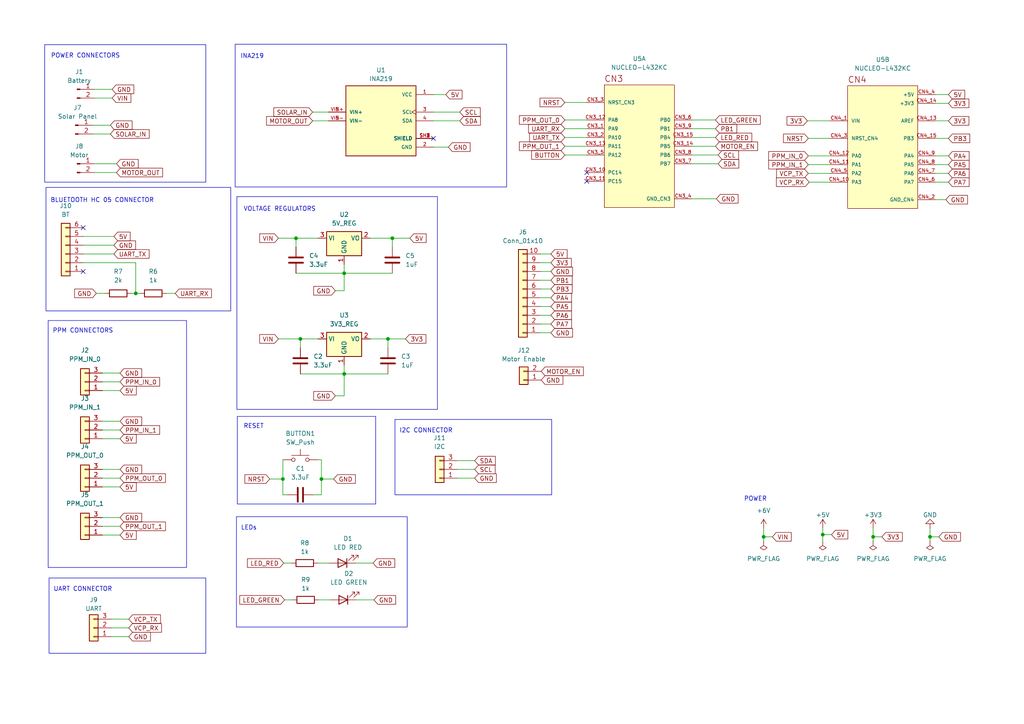
<source format=kicad_sch>
(kicad_sch (version 20230121) (generator eeschema)
  (paper "A4")
  (title_block (title "RC car with solar panel") (date "2023-06-03") (company "Pedro Rodríguez Vieites / A Industriosa"))
  (lib_symbols
    (symbol "904:904" (pin_names (offset 1.016))
      (property "Reference" "U" (at -10.16 10.922 0))
      (property "Value" "904" (at -10.16 -12.7 0))
      (symbol "904_0_0"
        (rectangle (start -10.16 -10.16) (end 10.16 10.16) (stroke (width 0.254)) (fill (type background)))
        (pin power_in line (at 15.24 7.62 180) (length 5.08) (name "VCC") (number "1"))
        (pin power_in line (at 15.24 -7.62 180) (length 5.08) (name "GND") (number "2"))
        (pin input clock (at 15.24 2.54 180) (length 5.08) (name "SCL") (number "3"))
        (pin bidirectional line (at 15.24 0 180) (length 5.08) (name "SDA") (number "4"))
        (pin input line (at -15.24 0 0) (length 5.08) (name "VIN-") (number "5"))
        (pin input line (at -15.24 2.54 0) (length 5.08) (name "VIN+") (number "6"))
        (pin passive line (at 15.24 -5.08 180) (length 5.08) (name "SHIELD") (number "SH1"))
        (pin passive line (at 15.24 -5.08 180) (length 5.08) (name "SHIELD") (number "SH2"))
        (pin passive line (at 15.24 -5.08 180) (length 5.08) (name "SHIELD") (number "SH3"))
        (pin passive line (at 15.24 -5.08 180) (length 5.08) (name "SHIELD") (number "SH4"))
        (pin input line (at -15.24 2.54 0) (length 5.08) (name "VIN+") (number "VIN+"))
        (pin input line (at -15.24 0 0) (length 5.08) (name "VIN-") (number "VIN-"))
      )
    )
    (symbol "Connector:Conn_01x02_Pin" (pin_names (offset 1.016) hide)
      (property "Reference" "J" (at 0 2.54 0))
      (property "Value" "Conn_01x02_Pin" (at 0 -5.08 0))
      (symbol "Conn_01x02_Pin_1_1"
        (polyline (pts (xy 1.27 -2.54) (xy 0.8636 -2.54)) (stroke (width 0.1524)))
        (polyline (pts (xy 1.27 0) (xy 0.8636 0)) (stroke (width 0.1524)))
        (rectangle (start 0.8636 -2.413) (end 0 -2.667) (stroke (width 0.1524)) (fill (type outline)))
        (rectangle (start 0.8636 0.127) (end 0 -0.127) (stroke (width 0.1524)) (fill (type outline)))
        (pin passive line (at 5.08 0 180) (length 3.81) (name "Pin_1") (number "1"))
        (pin passive line (at 5.08 -2.54 180) (length 3.81) (name "Pin_2") (number "2"))
      )
    )
    (symbol "Connector_Generic:Conn_01x02" (pin_names (offset 1.016) hide)
      (property "Reference" "J" (at 0 2.54 0))
      (property "Value" "Conn_01x02" (at 0 -5.08 0))
      (symbol "Conn_01x02_1_1"
        (rectangle (start -1.27 -2.413) (end 0 -2.667) (stroke (width 0.1524)))
        (rectangle (start -1.27 0.127) (end 0 -0.127) (stroke (width 0.1524)))
        (rectangle (start -1.27 1.27) (end 1.27 -3.81) (stroke (width 0.254)) (fill (type background)))
        (pin passive line (at -5.08 0 0) (length 3.81) (name "Pin_1") (number "1"))
        (pin passive line (at -5.08 -2.54 0) (length 3.81) (name "Pin_2") (number "2"))
      )
    )
    (symbol "Connector_Generic:Conn_01x03" (pin_names (offset 1.016) hide)
      (property "Reference" "J" (at 0 5.08 0))
      (property "Value" "Conn_01x03" (at 0 -5.08 0))
      (symbol "Conn_01x03_1_1"
        (rectangle (start -1.27 -2.413) (end 0 -2.667) (stroke (width 0.1524)))
        (rectangle (start -1.27 0.127) (end 0 -0.127) (stroke (width 0.1524)))
        (rectangle (start -1.27 2.667) (end 0 2.413) (stroke (width 0.1524)))
        (rectangle (start -1.27 3.81) (end 1.27 -3.81) (stroke (width 0.254)) (fill (type background)))
        (pin passive line (at -5.08 2.54 0) (length 3.81) (name "Pin_1") (number "1"))
        (pin passive line (at -5.08 0 0) (length 3.81) (name "Pin_2") (number "2"))
        (pin passive line (at -5.08 -2.54 0) (length 3.81) (name "Pin_3") (number "3"))
      )
    )
    (symbol "Connector_Generic:Conn_01x06" (pin_names (offset 1.016) hide)
      (property "Reference" "J" (at 0 7.62 0))
      (property "Value" "Conn_01x06" (at 0 -10.16 0))
      (symbol "Conn_01x06_1_1"
        (rectangle (start -1.27 -7.493) (end 0 -7.747) (stroke (width 0.1524)))
        (rectangle (start -1.27 -4.953) (end 0 -5.207) (stroke (width 0.1524)))
        (rectangle (start -1.27 -2.413) (end 0 -2.667) (stroke (width 0.1524)))
        (rectangle (start -1.27 0.127) (end 0 -0.127) (stroke (width 0.1524)))
        (rectangle (start -1.27 2.667) (end 0 2.413) (stroke (width 0.1524)))
        (rectangle (start -1.27 5.207) (end 0 4.953) (stroke (width 0.1524)))
        (rectangle (start -1.27 6.35) (end 1.27 -8.89) (stroke (width 0.254)) (fill (type background)))
        (pin passive line (at -5.08 5.08 0) (length 3.81) (name "Pin_1") (number "1"))
        (pin passive line (at -5.08 2.54 0) (length 3.81) (name "Pin_2") (number "2"))
        (pin passive line (at -5.08 0 0) (length 3.81) (name "Pin_3") (number "3"))
        (pin passive line (at -5.08 -2.54 0) (length 3.81) (name "Pin_4") (number "4"))
        (pin passive line (at -5.08 -5.08 0) (length 3.81) (name "Pin_5") (number "5"))
        (pin passive line (at -5.08 -7.62 0) (length 3.81) (name "Pin_6") (number "6"))
      )
    )
    (symbol "Connector_Generic:Conn_01x10" (pin_names (offset 1.016) hide)
      (property "Reference" "J" (at 0 12.7 0))
      (property "Value" "Conn_01x10" (at 0 -15.24 0))
      (symbol "Conn_01x10_1_1"
        (rectangle (start -1.27 -12.573) (end 0 -12.827) (stroke (width 0.1524)))
        (rectangle (start -1.27 -10.033) (end 0 -10.287) (stroke (width 0.1524)))
        (rectangle (start -1.27 -7.493) (end 0 -7.747) (stroke (width 0.1524)))
        (rectangle (start -1.27 -4.953) (end 0 -5.207) (stroke (width 0.1524)))
        (rectangle (start -1.27 -2.413) (end 0 -2.667) (stroke (width 0.1524)))
        (rectangle (start -1.27 0.127) (end 0 -0.127) (stroke (width 0.1524)))
        (rectangle (start -1.27 2.667) (end 0 2.413) (stroke (width 0.1524)))
        (rectangle (start -1.27 5.207) (end 0 4.953) (stroke (width 0.1524)))
        (rectangle (start -1.27 7.747) (end 0 7.493) (stroke (width 0.1524)))
        (rectangle (start -1.27 10.287) (end 0 10.033) (stroke (width 0.1524)))
        (rectangle (start -1.27 11.43) (end 1.27 -13.97) (stroke (width 0.254)) (fill (type background)))
        (pin passive line (at -5.08 10.16 0) (length 3.81) (name "Pin_1") (number "1"))
        (pin passive line (at -5.08 -12.7 0) (length 3.81) (name "Pin_10") (number "10"))
        (pin passive line (at -5.08 7.62 0) (length 3.81) (name "Pin_2") (number "2"))
        (pin passive line (at -5.08 5.08 0) (length 3.81) (name "Pin_3") (number "3"))
        (pin passive line (at -5.08 2.54 0) (length 3.81) (name "Pin_4") (number "4"))
        (pin passive line (at -5.08 0 0) (length 3.81) (name "Pin_5") (number "5"))
        (pin passive line (at -5.08 -2.54 0) (length 3.81) (name "Pin_6") (number "6"))
        (pin passive line (at -5.08 -5.08 0) (length 3.81) (name "Pin_7") (number "7"))
        (pin passive line (at -5.08 -7.62 0) (length 3.81) (name "Pin_8") (number "8"))
        (pin passive line (at -5.08 -10.16 0) (length 3.81) (name "Pin_9") (number "9"))
      )
    )
    (symbol "Device:C" (pin_numbers hide) (pin_names (offset 0.254))
      (property "Reference" "C" (at 0.635 2.54 0))
      (property "Value" "C" (at 0.635 -2.54 0))
      (symbol "C_0_1"
        (polyline (pts (xy -2.032 -0.762) (xy 2.032 -0.762)) (stroke (width 0.508)))
        (polyline (pts (xy -2.032 0.762) (xy 2.032 0.762)) (stroke (width 0.508)))
      )
      (symbol "C_1_1"
        (pin passive line (at 0 3.81 270) (length 2.794) (name "~") (number "1"))
        (pin passive line (at 0 -3.81 90) (length 2.794) (name "~") (number "2"))
      )
    )
    (symbol "Device:LED" (pin_numbers hide) (pin_names (offset 1.016) hide)
      (property "Reference" "D" (at 0 2.54 0))
      (property "Value" "LED" (at 0 -2.54 0))
      (symbol "LED_0_1"
        (polyline (pts (xy -1.27 -1.27) (xy -1.27 1.27)) (stroke (width 0.254)))
        (polyline (pts (xy -1.27 0) (xy 1.27 0)))
        (polyline (pts (xy 1.27 -1.27) (xy 1.27 1.27) (xy -1.27 0) (xy 1.27 -1.27)) (stroke (width 0.254)))
        (polyline (pts (xy -3.048 -0.762) (xy -4.572 -2.286) (xy -3.81 -2.286) (xy -4.572 -2.286) (xy -4.572 -1.524)))
        (polyline (pts (xy -1.778 -0.762) (xy -3.302 -2.286) (xy -2.54 -2.286) (xy -3.302 -2.286) (xy -3.302 -1.524)))
      )
      (symbol "LED_1_1"
        (pin passive line (at -3.81 0 0) (length 2.54) (name "K") (number "1"))
        (pin passive line (at 3.81 0 180) (length 2.54) (name "A") (number "2"))
      )
    )
    (symbol "Device:R" (pin_numbers hide) (pin_names (offset 0))
      (property "Reference" "R" (at 2.032 0 90))
      (property "Value" "R" (at 0 0 90))
      (symbol "R_0_1"
        (rectangle (start -1.016 -2.54) (end 1.016 2.54) (stroke (width 0.254)))
      )
      (symbol "R_1_1"
        (pin passive line (at 0 3.81 270) (length 1.27) (name "~") (number "1"))
        (pin passive line (at 0 -3.81 90) (length 1.27) (name "~") (number "2"))
      )
    )
    (symbol "NUCLEO-L432KC:NUCLEO-L432KC" (pin_names (offset 1.016))
      (property "Reference" "U" (at -10.16 21.082 0))
      (property "Value" "NUCLEO-L432KC" (at -10.16 -20.32 0))
      (symbol "NUCLEO-L432KC_1_0"
        (rectangle (start -10.16 -17.78) (end 10.16 17.78) (stroke (width 0.1524)) (fill (type background)))
        (text "CN3" (at -10.16 18.542 0) (effects (font (size 1.778 1.778)) (justify left bottom)))
        (pin bidirectional line (at -15.24 5.08 0) (length 5.08) (name "PA9") (number "CN3_1"))
        (pin bidirectional line (at -15.24 -7.62 0) (length 5.08) (name "PC14") (number "CN3_10"))
        (pin bidirectional line (at -15.24 -10.16 0) (length 5.08) (name "PC15") (number "CN3_11"))
        (pin bidirectional line (at -15.24 7.62 0) (length 5.08) (name "PA8") (number "CN3_12"))
        (pin bidirectional line (at -15.24 0 0) (length 5.08) (name "PA11") (number "CN3_13"))
        (pin bidirectional line (at 15.24 0 180) (length 5.08) (name "PB5") (number "CN3_14"))
        (pin bidirectional line (at 15.24 2.54 180) (length 5.08) (name "PB4") (number "CN3_15"))
        (pin bidirectional line (at -15.24 2.54 0) (length 5.08) (name "PA10") (number "CN3_2"))
        (pin bidirectional line (at -15.24 12.7 0) (length 5.08) (name "NRST_CN3") (number "CN3_3"))
        (pin power_in line (at 15.24 -15.24 180) (length 5.08) (name "GND_CN3") (number "CN3_4"))
        (pin bidirectional line (at -15.24 -2.54 0) (length 5.08) (name "PA12") (number "CN3_5"))
        (pin bidirectional line (at 15.24 7.62 180) (length 5.08) (name "PB0") (number "CN3_6"))
        (pin bidirectional line (at 15.24 -5.08 180) (length 5.08) (name "PB7") (number "CN3_7"))
        (pin bidirectional line (at 15.24 -2.54 180) (length 5.08) (name "PB6") (number "CN3_8"))
        (pin bidirectional line (at 15.24 5.08 180) (length 5.08) (name "PB1") (number "CN3_9"))
      )
      (symbol "NUCLEO-L432KC_2_0"
        (rectangle (start -10.16 -17.78) (end 10.16 17.78) (stroke (width 0.1524)) (fill (type background)))
        (text "CN4" (at -10.16 18.542 0) (effects (font (size 1.778 1.778)) (justify left bottom)))
        (pin input line (at -15.24 7.62 0) (length 5.08) (name "VIN") (number "CN4_1"))
        (pin bidirectional line (at -15.24 -10.16 0) (length 5.08) (name "PA3") (number "CN4_10"))
        (pin bidirectional line (at -15.24 -5.08 0) (length 5.08) (name "PA1") (number "CN4_11"))
        (pin bidirectional line (at -15.24 -2.54 0) (length 5.08) (name "PA0") (number "CN4_12"))
        (pin bidirectional line (at 15.24 7.62 180) (length 5.08) (name "AREF") (number "CN4_13"))
        (pin power_in line (at 15.24 12.7 180) (length 5.08) (name "+3V3") (number "CN4_14"))
        (pin bidirectional line (at 15.24 2.54 180) (length 5.08) (name "PB3") (number "CN4_15"))
        (pin power_in line (at 15.24 -15.24 180) (length 5.08) (name "GND_CN4") (number "CN4_2"))
        (pin bidirectional line (at -15.24 2.54 0) (length 5.08) (name "NRST_CN4") (number "CN4_3"))
        (pin power_in line (at 15.24 15.24 180) (length 5.08) (name "+5V") (number "CN4_4"))
        (pin bidirectional line (at -15.24 -7.62 0) (length 5.08) (name "PA2") (number "CN4_5"))
        (pin bidirectional line (at 15.24 -10.16 180) (length 5.08) (name "PA7") (number "CN4_6"))
        (pin bidirectional line (at 15.24 -7.62 180) (length 5.08) (name "PA6") (number "CN4_7"))
        (pin bidirectional line (at 15.24 -5.08 180) (length 5.08) (name "PA5") (number "CN4_8"))
        (pin bidirectional line (at 15.24 -2.54 180) (length 5.08) (name "PA4") (number "CN4_9"))
      )
    )
    (symbol "Regulator_Linear:LD1117S33TR_SOT223"
      (property "Reference" "U" (at -3.81 3.175 0))
      (property "Value" "LD1117S33TR_SOT223" (at 0 3.175 0))
      (symbol "LD1117S33TR_SOT223_0_1"
        (rectangle (start -5.08 -5.08) (end 5.08 1.905) (stroke (width 0.254)) (fill (type background)))
      )
      (symbol "LD1117S33TR_SOT223_1_1"
        (pin power_in line (at 0 -7.62 90) (length 2.54) (name "GND") (number "1"))
        (pin power_out line (at 7.62 0 180) (length 2.54) (name "VO") (number "2"))
        (pin power_in line (at -7.62 0 0) (length 2.54) (name "VI") (number "3"))
      )
    )
    (symbol "Regulator_Linear:LD1117S50TR_SOT223"
      (property "Reference" "U" (at -3.81 3.175 0))
      (property "Value" "LD1117S50TR_SOT223" (at 0 3.175 0))
      (symbol "LD1117S50TR_SOT223_0_1"
        (rectangle (start -5.08 -5.08) (end 5.08 1.905) (stroke (width 0.254)) (fill (type background)))
      )
      (symbol "LD1117S50TR_SOT223_1_1"
        (pin power_in line (at 0 -7.62 90) (length 2.54) (name "GND") (number "1"))
        (pin power_out line (at 7.62 0 180) (length 2.54) (name "VO") (number "2"))
        (pin power_in line (at -7.62 0 0) (length 2.54) (name "VI") (number "3"))
      )
    )
    (symbol "Switch:SW_Push" (pin_numbers hide) (pin_names (offset 1.016) hide)
      (property "Reference" "SW" (at 1.27 2.54 0))
      (property "Value" "SW_Push" (at 0 -1.524 0))
      (symbol "SW_Push_0_1"
        (circle (center -2.032 0) (radius 0.508))
        (polyline (pts (xy 0 1.27) (xy 0 3.048)))
        (polyline (pts (xy 2.54 1.27) (xy -2.54 1.27)))
        (circle (center 2.032 0) (radius 0.508))
        (pin passive line (at -5.08 0 0) (length 2.54) (name "1") (number "1"))
        (pin passive line (at 5.08 0 180) (length 2.54) (name "2") (number "2"))
      )
    )
    (symbol "power:+3V3" (power) (pin_names (offset 0))
      (property "Value" "+3V3" (at 0 3.556 0))
      (symbol "+3V3_0_1"
        (polyline (pts (xy -0.762 1.27) (xy 0 2.54)))
        (polyline (pts (xy 0 0) (xy 0 2.54)))
        (polyline (pts (xy 0 2.54) (xy 0.762 1.27)))
      )
      (symbol "+3V3_1_1"
        (pin power_in line (at 0 0 90) (length 0) hide (name "+3V3") (number "1"))
      )
    )
    (symbol "power:+5V" (power) (pin_names (offset 0))
      (property "Value" "+5V" (at 0 3.556 0))
      (symbol "+5V_0_1"
        (polyline (pts (xy -0.762 1.27) (xy 0 2.54)))
        (polyline (pts (xy 0 0) (xy 0 2.54)))
        (polyline (pts (xy 0 2.54) (xy 0.762 1.27)))
      )
      (symbol "+5V_1_1"
        (pin power_in line (at 0 0 90) (length 0) hide (name "+5V") (number "1"))
      )
    )
    (symbol "power:+6V" (power) (pin_names (offset 0))
      (property "Value" "+6V" (at 0 3.556 0))
      (symbol "+6V_0_1"
        (polyline (pts (xy -0.762 1.27) (xy 0 2.54)))
        (polyline (pts (xy 0 0) (xy 0 2.54)))
        (polyline (pts (xy 0 2.54) (xy 0.762 1.27)))
      )
      (symbol "+6V_1_1"
        (pin power_in line (at 0 0 90) (length 0) hide (name "+6V") (number "1"))
      )
    )
    (symbol "power:GND" (power) (pin_names (offset 0))
      (property "Value" "GND" (at 0 -3.81 0))
      (symbol "GND_0_1"
        (polyline (pts (xy 0 0) (xy 0 -1.27) (xy 1.27 -1.27) (xy 0 -2.54) (xy -1.27 -1.27) (xy 0 -1.27)))
      )
      (symbol "GND_1_1"
        (pin power_in line (at 0 0 270) (length 0) hide (name "GND") (number "1"))
      )
    )
    (symbol "power:PWR_FLAG" (power) (pin_numbers hide) (pin_names (offset 0) hide)
      (property "Value" "PWR_FLAG" (at 0 3.81 0))
      (symbol "PWR_FLAG_0_0"
        (pin power_out line (at 0 0 90) (length 0) (name "pwr") (number "1"))
      )
      (symbol "PWR_FLAG_0_1"
        (polyline (pts (xy 0 0) (xy 0 1.27) (xy -1.016 1.905) (xy 0 2.54) (xy 1.016 1.905) (xy 0 1.27)))
      )
    )
  )
  (junction (at 99.822 79.248))
  (junction (at 112.522 98.298))
  (junction (at 238.633 155.067))
  (junction (at 87.122 98.298))
  (junction (at 269.748 155.702))
  (junction (at 253.238 155.702))
  (junction (at 113.792 69.088))
  (junction (at 99.822 108.458))
  (junction (at 85.852 69.088))
  (junction (at 93.218 138.938))
  (junction (at 221.488 155.702))
  (junction (at 82.042 138.938))
  (junction (at 39.37 85.09))
  (no_connect (at 24.13 66.04))
  (no_connect (at 170.18 52.578))
  (no_connect (at 170.18 50.038))
  (no_connect (at 125.73 40.132))
  (no_connect (at 24.13 78.74))
  (wire (pts (xy 156.718 81.28) (xy 159.766 81.28)))
  (wire (pts (xy 90.678 35.052) (xy 95.25 35.052)))
  (wire (pts (xy 27.432 47.498) (xy 33.782 47.498)))
  (wire (pts (xy 221.488 155.702) (xy 221.488 156.972)))
  (wire (pts (xy 99.822 108.458) (xy 112.522 108.458)))
  (wire (pts (xy 38.1 85.09) (xy 39.37 85.09)))
  (wire (pts (xy 32.258 184.658) (xy 37.338 184.658)))
  (wire (pts (xy 238.633 155.067) (xy 241.173 155.067)))
  (wire (pts (xy 107.442 98.298) (xy 112.522 98.298)))
  (wire (pts (xy 107.442 69.088) (xy 113.792 69.088)))
  (wire (pts (xy 234.696 52.832) (xy 240.792 52.832)))
  (wire (pts (xy 24.13 68.58) (xy 33.02 68.58)))
  (wire (pts (xy 29.718 136.144) (xy 34.798 136.144)))
  (wire (pts (xy 163.83 42.418) (xy 170.18 42.418)))
  (wire (pts (xy 82.55 173.99) (xy 84.836 173.99)))
  (wire (pts (xy 156.718 78.74) (xy 159.766 78.74)))
  (wire (pts (xy 269.748 155.702) (xy 272.288 155.702)))
  (wire (pts (xy 87.122 98.298) (xy 92.202 98.298)))
  (wire (pts (xy 253.238 155.702) (xy 253.238 156.972)))
  (wire (pts (xy 200.66 44.958) (xy 208.28 44.958)))
  (wire (pts (xy 29.718 150.114) (xy 34.798 150.114)))
  (wire (pts (xy 24.13 76.2) (xy 39.37 76.2)))
  (wire (pts (xy 93.218 143.51) (xy 93.218 138.938)))
  (wire (pts (xy 29.718 124.714) (xy 34.798 124.714)))
  (wire (pts (xy 271.272 52.832) (xy 275.082 52.832)))
  (wire (pts (xy 27.94 85.09) (xy 30.48 85.09)))
  (wire (pts (xy 97.282 84.328) (xy 99.822 84.328)))
  (wire (pts (xy 163.83 39.878) (xy 170.18 39.878)))
  (wire (pts (xy 234.442 40.132) (xy 240.792 40.132)))
  (wire (pts (xy 29.718 108.204) (xy 34.798 108.204)))
  (wire (pts (xy 99.822 79.248) (xy 113.792 79.248)))
  (wire (pts (xy 29.718 110.744) (xy 34.798 110.744)))
  (wire (pts (xy 29.718 127.254) (xy 34.798 127.254)))
  (wire (pts (xy 29.718 155.194) (xy 34.798 155.194)))
  (wire (pts (xy 82.042 138.938) (xy 82.042 143.51)))
  (wire (pts (xy 80.772 69.088) (xy 85.852 69.088)))
  (wire (pts (xy 92.456 173.99) (xy 95.758 173.99)))
  (wire (pts (xy 29.718 141.224) (xy 34.798 141.224)))
  (wire (pts (xy 253.238 155.702) (xy 255.778 155.702)))
  (wire (pts (xy 125.73 27.432) (xy 129.286 27.432)))
  (wire (pts (xy 24.13 71.12) (xy 33.02 71.12)))
  (wire (pts (xy 27.432 50.038) (xy 33.782 50.038)))
  (wire (pts (xy 26.924 36.322) (xy 32.004 36.322)))
  (wire (pts (xy 99.822 105.918) (xy 99.822 108.458)))
  (wire (pts (xy 90.678 32.512) (xy 95.25 32.512)))
  (wire (pts (xy 271.272 29.972) (xy 275.082 29.972)))
  (wire (pts (xy 200.66 42.418) (xy 207.518 42.418)))
  (wire (pts (xy 93.218 138.938) (xy 93.218 133.35)))
  (wire (pts (xy 113.792 69.088) (xy 118.872 69.088)))
  (wire (pts (xy 32.258 179.578) (xy 37.338 179.578)))
  (wire (pts (xy 85.852 69.088) (xy 92.202 69.088)))
  (wire (pts (xy 80.772 98.298) (xy 87.122 98.298)))
  (wire (pts (xy 234.442 50.292) (xy 240.792 50.292)))
  (wire (pts (xy 29.718 138.684) (xy 34.798 138.684)))
  (wire (pts (xy 156.718 73.66) (xy 159.766 73.66)))
  (wire (pts (xy 221.488 155.702) (xy 224.028 155.702)))
  (wire (pts (xy 234.442 45.212) (xy 240.792 45.212)))
  (wire (pts (xy 99.822 108.458) (xy 99.822 114.808)))
  (wire (pts (xy 200.66 47.498) (xy 208.28 47.498)))
  (wire (pts (xy 156.718 83.82) (xy 159.766 83.82)))
  (wire (pts (xy 156.718 91.44) (xy 159.766 91.44)))
  (wire (pts (xy 39.37 76.2) (xy 39.37 85.09)))
  (wire (pts (xy 156.718 76.2) (xy 159.766 76.2)))
  (wire (pts (xy 234.442 47.752) (xy 240.792 47.752)))
  (wire (pts (xy 271.272 47.752) (xy 275.082 47.752)))
  (wire (pts (xy 48.26 85.09) (xy 50.8 85.09)))
  (wire (pts (xy 87.122 98.298) (xy 87.122 100.838)))
  (wire (pts (xy 132.588 138.684) (xy 137.668 138.684)))
  (wire (pts (xy 200.66 37.338) (xy 207.518 37.338)))
  (wire (pts (xy 238.633 155.067) (xy 238.633 156.972)))
  (wire (pts (xy 238.633 153.162) (xy 238.633 155.067)))
  (wire (pts (xy 200.66 39.878) (xy 207.518 39.878)))
  (wire (pts (xy 112.522 98.298) (xy 112.522 100.838)))
  (wire (pts (xy 163.83 34.798) (xy 170.18 34.798)))
  (wire (pts (xy 39.37 85.09) (xy 40.64 85.09)))
  (wire (pts (xy 234.188 35.052) (xy 240.792 35.052)))
  (wire (pts (xy 93.218 133.35) (xy 92.202 133.35)))
  (wire (pts (xy 221.488 153.162) (xy 221.488 155.702)))
  (wire (pts (xy 92.202 163.322) (xy 95.504 163.322)))
  (wire (pts (xy 156.718 86.36) (xy 159.766 86.36)))
  (wire (pts (xy 82.296 163.322) (xy 84.582 163.322)))
  (wire (pts (xy 29.718 152.654) (xy 34.798 152.654)))
  (wire (pts (xy 29.718 113.284) (xy 34.798 113.284)))
  (wire (pts (xy 113.792 69.088) (xy 113.792 71.628)))
  (wire (pts (xy 200.66 34.798) (xy 207.518 34.798)))
  (wire (pts (xy 103.378 173.99) (xy 108.458 173.99)))
  (wire (pts (xy 163.83 37.338) (xy 170.18 37.338)))
  (wire (pts (xy 90.932 143.51) (xy 93.218 143.51)))
  (wire (pts (xy 271.272 35.052) (xy 275.082 35.052)))
  (wire (pts (xy 163.83 44.958) (xy 170.18 44.958)))
  (wire (pts (xy 253.238 153.162) (xy 253.238 155.702)))
  (wire (pts (xy 99.822 76.708) (xy 99.822 79.248)))
  (wire (pts (xy 156.718 93.98) (xy 159.766 93.98)))
  (wire (pts (xy 200.66 57.658) (xy 207.772 57.658)))
  (wire (pts (xy 78.232 138.938) (xy 82.042 138.938)))
  (wire (pts (xy 125.73 42.672) (xy 130.048 42.672)))
  (wire (pts (xy 271.272 27.432) (xy 275.082 27.432)))
  (wire (pts (xy 271.272 50.292) (xy 275.082 50.292)))
  (wire (pts (xy 32.258 182.118) (xy 37.338 182.118)))
  (wire (pts (xy 82.042 143.51) (xy 83.312 143.51)))
  (wire (pts (xy 269.748 153.162) (xy 269.748 155.702)))
  (wire (pts (xy 85.852 79.248) (xy 99.822 79.248)))
  (wire (pts (xy 125.73 32.512) (xy 133.35 32.512)))
  (wire (pts (xy 24.13 73.66) (xy 33.02 73.66)))
  (wire (pts (xy 103.124 163.322) (xy 108.204 163.322)))
  (wire (pts (xy 99.822 79.248) (xy 99.822 84.328)))
  (wire (pts (xy 163.83 29.718) (xy 170.18 29.718)))
  (wire (pts (xy 27.432 28.448) (xy 32.512 28.448)))
  (wire (pts (xy 156.718 96.52) (xy 159.766 96.52)))
  (wire (pts (xy 112.522 98.298) (xy 117.602 98.298)))
  (wire (pts (xy 82.042 138.938) (xy 82.042 133.35)))
  (wire (pts (xy 29.718 122.174) (xy 34.798 122.174)))
  (wire (pts (xy 156.718 88.9) (xy 159.766 88.9)))
  (wire (pts (xy 85.852 69.088) (xy 85.852 71.628)))
  (wire (pts (xy 132.588 136.144) (xy 137.668 136.144)))
  (wire (pts (xy 125.73 35.052) (xy 133.35 35.052)))
  (wire (pts (xy 269.748 155.702) (xy 269.748 156.972)))
  (wire (pts (xy 271.272 40.132) (xy 275.082 40.132)))
  (wire (pts (xy 26.924 38.862) (xy 32.004 38.862)))
  (wire (pts (xy 271.272 45.212) (xy 275.082 45.212)))
  (wire (pts (xy 27.432 25.908) (xy 32.512 25.908)))
  (wire (pts (xy 271.272 57.912) (xy 274.32 57.912)))
  (wire (pts (xy 87.122 108.458) (xy 99.822 108.458)))
  (wire (pts (xy 93.218 138.938) (xy 96.774 138.938)))
  (wire (pts (xy 97.282 114.808) (xy 99.822 114.808)))
  (wire (pts (xy 132.588 133.604) (xy 137.668 133.604)))
  (rectangle (start 12.954 12.954) (end 59.69 52.832))
  (rectangle (start 68.58 149.86) (end 118.11 181.864))
  (rectangle (start 68.707 57.023) (end 126.873 118.745))
  (rectangle (start 13.335 54.356) (end 66.929 90.17))
  (rectangle (start 114.554 121.666) (end 160.02 143.51))
  (rectangle (start 13.97 92.964) (end 54.102 164.592))
  (rectangle (start 68.199 12.827) (end 146.939 54.229))
  (rectangle (start 14.224 167.64) (end 59.69 189.484))
  (rectangle (start 68.834 120.777) (end 108.966 146.177))
  (text "BLUETOOTH HC 05 CONNECTOR" (at 14.605 58.928 0) (effects (font (size 1.27 1.27)) (justify left bottom)))
  (text "POWER" (at 215.773 145.542 0) (effects (font (size 1.27 1.27)) (justify left bottom)))
  (text "PPM CONNECTORS" (at 15.24 96.774 0) (effects (font (size 1.27 1.27)) (justify left bottom)))
  (text "VOLTAGE REGULATORS" (at 70.612 61.468 0) (effects (font (size 1.27 1.27)) (justify left bottom)))
  (text "INA219" (at 69.723 17.145 0) (effects (font (size 1.27 1.27)) (justify left bottom)))
  (text "LEDs" (at 69.85 153.924 0) (effects (font (size 1.27 1.27)) (justify left bottom)))
  (text "UART CONNECTOR" (at 15.494 171.704 0) (effects (font (size 1.27 1.27)) (justify left bottom)))
  (text "I2C CONNECTOR" (at 115.824 125.73 0) (effects (font (size 1.27 1.27)) (justify left bottom)))
  (text "RESET" (at 70.612 124.46 0) (effects (font (size 1.27 1.27)) (justify left bottom)))
  (text "POWER CONNECTORS" (at 14.732 17.018 0) (effects (font (size 1.27 1.27)) (justify left bottom)))
  (global_label "UART_TX" (shape input) (at 33.02 73.66 0) (property "Intersheetrefs" "${INTERSHEET_REFS}" (effects hide)))
  (global_label "GND" (shape input) (at 159.766 96.52 0) (property "Intersheetrefs" "${INTERSHEET_REFS}" (effects hide)))
  (global_label "5V" (shape input) (at 241.173 155.067 0) (property "Intersheetrefs" "${INTERSHEET_REFS}" (effects hide)))
  (global_label "GND" (shape input) (at 34.798 136.144 0) (property "Intersheetrefs" "${INTERSHEET_REFS}" (effects hide)))
  (global_label "GND" (shape input) (at 156.972 110.236 0) (property "Intersheetrefs" "${INTERSHEET_REFS}" (effects hide)))
  (global_label "PB1" (shape input) (at 159.766 81.28 0) (property "Intersheetrefs" "${INTERSHEET_REFS}" (effects hide)))
  (global_label "3V3" (shape input) (at 255.778 155.702 0) (property "Intersheetrefs" "${INTERSHEET_REFS}" (effects hide)))
  (global_label "PB1" (shape input) (at 207.518 37.338 0) (property "Intersheetrefs" "${INTERSHEET_REFS}" (effects hide)))
  (global_label "GND" (shape input) (at 108.458 173.99 0) (property "Intersheetrefs" "${INTERSHEET_REFS}" (effects hide)))
  (global_label "SCL" (shape input) (at 208.28 44.958 0) (property "Intersheetrefs" "${INTERSHEET_REFS}" (effects hide)))
  (global_label "GND" (shape input) (at 34.798 108.204 0) (property "Intersheetrefs" "${INTERSHEET_REFS}" (effects hide)))
  (global_label "GND" (shape input) (at 96.774 138.938 0) (property "Intersheetrefs" "${INTERSHEET_REFS}" (effects hide)))
  (global_label "MOTOR_OUT" (shape input) (at 33.782 50.038 0) (property "Intersheetrefs" "${INTERSHEET_REFS}" (effects hide)))
  (global_label "VCP_TX" (shape input) (at 234.442 50.292 180) (property "Intersheetrefs" "${INTERSHEET_REFS}" (effects hide)))
  (global_label "NRST" (shape input) (at 78.232 138.938 180) (property "Intersheetrefs" "${INTERSHEET_REFS}" (effects hide)))
  (global_label "SDA" (shape input) (at 133.35 35.052 0) (property "Intersheetrefs" "${INTERSHEET_REFS}" (effects hide)))
  (global_label "PA4" (shape input) (at 159.766 86.36 0) (property "Intersheetrefs" "${INTERSHEET_REFS}" (effects hide)))
  (global_label "GND" (shape input) (at 159.766 78.74 0) (property "Intersheetrefs" "${INTERSHEET_REFS}" (effects hide)))
  (global_label "PPM_OUT_1" (shape input) (at 163.83 42.418 180) (property "Intersheetrefs" "${INTERSHEET_REFS}" (effects hide)))
  (global_label "GND" (shape input) (at 33.782 47.498 0) (property "Intersheetrefs" "${INTERSHEET_REFS}" (effects hide)))
  (global_label "PPM_OUT_0" (shape input) (at 34.798 138.684 0) (property "Intersheetrefs" "${INTERSHEET_REFS}" (effects hide)))
  (global_label "LED_GREEN" (shape input) (at 82.55 173.99 180) (property "Intersheetrefs" "${INTERSHEET_REFS}" (effects hide)))
  (global_label "VIN" (shape input) (at 80.772 98.298 180) (property "Intersheetrefs" "${INTERSHEET_REFS}" (effects hide)))
  (global_label "GND" (shape input) (at 33.02 71.12 0) (property "Intersheetrefs" "${INTERSHEET_REFS}" (effects hide)))
  (global_label "5V" (shape input) (at 275.082 27.432 0) (property "Intersheetrefs" "${INTERSHEET_REFS}" (effects hide)))
  (global_label "3V3" (shape input) (at 275.082 35.052 0) (property "Intersheetrefs" "${INTERSHEET_REFS}" (effects hide)))
  (global_label "SDA" (shape input) (at 208.28 47.498 0) (property "Intersheetrefs" "${INTERSHEET_REFS}" (effects hide)))
  (global_label "PB3" (shape input) (at 275.082 40.132 0) (property "Intersheetrefs" "${INTERSHEET_REFS}" (effects hide)))
  (global_label "NRST" (shape input) (at 234.442 40.132 180) (property "Intersheetrefs" "${INTERSHEET_REFS}" (effects hide)))
  (global_label "VIN" (shape input) (at 32.512 28.448 0) (property "Intersheetrefs" "${INTERSHEET_REFS}" (effects hide)))
  (global_label "SDA" (shape input) (at 137.668 133.604 0) (property "Intersheetrefs" "${INTERSHEET_REFS}" (effects hide)))
  (global_label "PA4" (shape input) (at 275.082 45.212 0) (property "Intersheetrefs" "${INTERSHEET_REFS}" (effects hide)))
  (global_label "GND" (shape input) (at 97.282 84.328 180) (property "Intersheetrefs" "${INTERSHEET_REFS}" (effects hide)))
  (global_label "PPM_OUT_1" (shape input) (at 34.798 152.654 0) (property "Intersheetrefs" "${INTERSHEET_REFS}" (effects hide)))
  (global_label "UART_RX" (shape input) (at 50.8 85.09 0) (property "Intersheetrefs" "${INTERSHEET_REFS}" (effects hide)))
  (global_label "PPM_IN_1" (shape input) (at 234.442 47.752 180) (property "Intersheetrefs" "${INTERSHEET_REFS}" (effects hide)))
  (global_label "GND" (shape input) (at 272.288 155.702 0) (property "Intersheetrefs" "${INTERSHEET_REFS}" (effects hide)))
  (global_label "5V" (shape input) (at 34.798 141.224 0) (property "Intersheetrefs" "${INTERSHEET_REFS}" (effects hide)))
  (global_label "VCP_TX" (shape input) (at 37.338 179.578 0) (property "Intersheetrefs" "${INTERSHEET_REFS}" (effects hide)))
  (global_label "GND" (shape input) (at 34.798 122.174 0) (property "Intersheetrefs" "${INTERSHEET_REFS}" (effects hide)))
  (global_label "MOTOR_EN" (shape input) (at 156.972 107.696 0) (property "Intersheetrefs" "${INTERSHEET_REFS}" (effects hide)))
  (global_label "3V3" (shape input) (at 234.188 35.052 180) (property "Intersheetrefs" "${INTERSHEET_REFS}" (effects hide)))
  (global_label "GND" (shape input) (at 137.668 138.684 0) (property "Intersheetrefs" "${INTERSHEET_REFS}" (effects hide)))
  (global_label "SCL" (shape input) (at 133.35 32.512 0) (property "Intersheetrefs" "${INTERSHEET_REFS}" (effects hide)))
  (global_label "GND" (shape input) (at 207.772 57.658 0) (property "Intersheetrefs" "${INTERSHEET_REFS}" (effects hide)))
  (global_label "GND" (shape input) (at 37.338 184.658 0) (property "Intersheetrefs" "${INTERSHEET_REFS}" (effects hide)))
  (global_label "MOTOR_OUT" (shape input) (at 90.678 35.052 180) (property "Intersheetrefs" "${INTERSHEET_REFS}" (effects hide)))
  (global_label "BUTTON" (shape input) (at 163.83 44.958 180) (property "Intersheetrefs" "${INTERSHEET_REFS}" (effects hide)))
  (global_label "GND" (shape input) (at 97.282 114.808 180) (property "Intersheetrefs" "${INTERSHEET_REFS}" (effects hide)))
  (global_label "3V3" (shape input) (at 159.766 76.2 0) (property "Intersheetrefs" "${INTERSHEET_REFS}" (effects hide)))
  (global_label "GND" (shape input) (at 130.048 42.672 0) (property "Intersheetrefs" "${INTERSHEET_REFS}" (effects hide)))
  (global_label "SOLAR_IN" (shape input) (at 32.004 38.862 0) (property "Intersheetrefs" "${INTERSHEET_REFS}" (effects hide)))
  (global_label "GND" (shape input) (at 27.94 85.09 180) (property "Intersheetrefs" "${INTERSHEET_REFS}" (effects hide)))
  (global_label "UART_TX" (shape input) (at 163.83 39.878 180) (property "Intersheetrefs" "${INTERSHEET_REFS}" (effects hide)))
  (global_label "PA7" (shape input) (at 159.766 93.98 0) (property "Intersheetrefs" "${INTERSHEET_REFS}" (effects hide)))
  (global_label "5V" (shape input) (at 34.798 127.254 0) (property "Intersheetrefs" "${INTERSHEET_REFS}" (effects hide)))
  (global_label "5V" (shape input) (at 129.286 27.432 0) (property "Intersheetrefs" "${INTERSHEET_REFS}" (effects hide)))
  (global_label "SOLAR_IN" (shape input) (at 90.678 32.512 180) (property "Intersheetrefs" "${INTERSHEET_REFS}" (effects hide)))
  (global_label "VCP_RX" (shape input) (at 234.696 52.832 180) (property "Intersheetrefs" "${INTERSHEET_REFS}" (effects hide)))
  (global_label "PA5" (shape input) (at 159.766 88.9 0) (property "Intersheetrefs" "${INTERSHEET_REFS}" (effects hide)))
  (global_label "3V3" (shape input) (at 275.082 29.972 0) (property "Intersheetrefs" "${INTERSHEET_REFS}" (effects hide)))
  (global_label "LED_GREEN" (shape input) (at 207.518 34.798 0) (property "Intersheetrefs" "${INTERSHEET_REFS}" (effects hide)))
  (global_label "PPM_IN_0" (shape input) (at 34.798 110.744 0) (property "Intersheetrefs" "${INTERSHEET_REFS}" (effects hide)))
  (global_label "GND" (shape input) (at 108.204 163.322 0) (property "Intersheetrefs" "${INTERSHEET_REFS}" (effects hide)))
  (global_label "VCP_RX" (shape input) (at 37.338 182.118 0) (property "Intersheetrefs" "${INTERSHEET_REFS}" (effects hide)))
  (global_label "PA5" (shape input) (at 275.082 47.752 0) (property "Intersheetrefs" "${INTERSHEET_REFS}" (effects hide)))
  (global_label "PA6" (shape input) (at 159.766 91.44 0) (property "Intersheetrefs" "${INTERSHEET_REFS}" (effects hide)))
  (global_label "GND" (shape input) (at 34.798 150.114 0) (property "Intersheetrefs" "${INTERSHEET_REFS}" (effects hide)))
  (global_label "PA6" (shape input) (at 275.082 50.292 0) (property "Intersheetrefs" "${INTERSHEET_REFS}" (effects hide)))
  (global_label "LED_RED" (shape input) (at 82.296 163.322 180) (property "Intersheetrefs" "${INTERSHEET_REFS}" (effects hide)))
  (global_label "VIN" (shape input) (at 80.772 69.088 180) (property "Intersheetrefs" "${INTERSHEET_REFS}" (effects hide)))
  (global_label "LED_RED" (shape input) (at 207.518 39.878 0) (property "Intersheetrefs" "${INTERSHEET_REFS}" (effects hide)))
  (global_label "3V3" (shape input) (at 117.602 98.298 0) (property "Intersheetrefs" "${INTERSHEET_REFS}" (effects hide)))
  (global_label "VIN" (shape input) (at 224.028 155.702 0) (property "Intersheetrefs" "${INTERSHEET_REFS}" (effects hide)))
  (global_label "PB3" (shape input) (at 159.766 83.82 0) (property "Intersheetrefs" "${INTERSHEET_REFS}" (effects hide)))
  (global_label "5V" (shape input) (at 33.02 68.58 0) (property "Intersheetrefs" "${INTERSHEET_REFS}" (effects hide)))
  (global_label "PPM_OUT_0" (shape input) (at 163.83 34.798 180) (property "Intersheetrefs" "${INTERSHEET_REFS}" (effects hide)))
  (global_label "GND" (shape input) (at 32.004 36.322 0) (property "Intersheetrefs" "${INTERSHEET_REFS}" (effects hide)))
  (global_label "5V" (shape input) (at 118.872 69.088 0) (property "Intersheetrefs" "${INTERSHEET_REFS}" (effects hide)))
  (global_label "5V" (shape input) (at 159.766 73.66 0) (property "Intersheetrefs" "${INTERSHEET_REFS}" (effects hide)))
  (global_label "PPM_IN_1" (shape input) (at 34.798 124.714 0) (property "Intersheetrefs" "${INTERSHEET_REFS}" (effects hide)))
  (global_label "5V" (shape input) (at 34.798 155.194 0) (property "Intersheetrefs" "${INTERSHEET_REFS}" (effects hide)))
  (global_label "NRST" (shape input) (at 163.83 29.718 180) (property "Intersheetrefs" "${INTERSHEET_REFS}" (effects hide)))
  (global_label "PPM_IN_0" (shape input) (at 234.442 45.212 180) (property "Intersheetrefs" "${INTERSHEET_REFS}" (effects hide)))
  (global_label "UART_RX" (shape input) (at 163.83 37.338 180) (property "Intersheetrefs" "${INTERSHEET_REFS}" (effects hide)))
  (global_label "5V" (shape input) (at 34.798 113.284 0) (property "Intersheetrefs" "${INTERSHEET_REFS}" (effects hide)))
  (global_label "SCL" (shape input) (at 137.668 136.144 0) (property "Intersheetrefs" "${INTERSHEET_REFS}" (effects hide)))
  (global_label "GND" (shape input) (at 32.512 25.908 0) (property "Intersheetrefs" "${INTERSHEET_REFS}" (effects hide)))
  (global_label "PA7" (shape input) (at 275.082 52.832 0) (property "Intersheetrefs" "${INTERSHEET_REFS}" (effects hide)))
  (global_label "MOTOR_EN" (shape input) (at 207.518 42.418 0) (property "Intersheetrefs" "${INTERSHEET_REFS}" (effects hide)))
  (global_label "GND" (shape input) (at 274.32 57.912 0) (property "Intersheetrefs" "${INTERSHEET_REFS}" (effects hide)))
  (symbol (lib_id "Device:C") (at 87.122 143.51 270) (unit 1)
    (property "Reference" "C1" (at 87.122 135.89 90))
    (property "Value" "3.3uF" (at 87.122 138.43 90))
    (property "Footprint" "Capacitor_SMD:C_0805_2012Metric" (effects hide))
  )
  (symbol (lib_id "Device:R") (at 88.646 173.99 270) (unit 1)
    (property "Reference" "R9" (at 88.646 168.148 90))
    (property "Value" "1k" (at 88.646 170.688 90))
    (property "Footprint" "Resistor_SMD:R_0805_2012Metric" (effects hide))
  )
  (symbol (lib_id "Connector_Generic:Conn_01x03") (at 24.638 110.744 180) (unit 1)
    (property "Reference" "J2" (at 24.638 101.6 0))
    (property "Value" "PPM_IN_0" (at 24.638 104.14 0))
    (property "Footprint" "Connector_PinHeader_2.54mm:PinHeader_1x03_P2.54mm_Vertical" (effects hide))
  )
  (symbol (lib_id "power:PWR_FLAG") (at 253.238 156.972 180) (unit 1)
    (property "Reference" "#FLG04" (effects hide))
    (property "Value" "PWR_FLAG" (at 253.238 162.052 0))
  )
  (symbol (lib_id "power:PWR_FLAG") (at 269.748 156.972 180) (unit 1)
    (property "Reference" "#FLG05" (effects hide))
    (property "Value" "PWR_FLAG" (at 269.748 162.052 0))
  )
  (symbol (lib_id "Device:C") (at 87.122 104.648 0) (unit 1)
    (property "Reference" "C2" (at 90.932 103.378 0) (effects (justify left)))
    (property "Value" "3.3uF" (at 90.932 105.918 0) (effects (justify left)))
    (property "Footprint" "Capacitor_SMD:C_0805_2012Metric" (effects hide))
  )
  (symbol (lib_id "Device:C") (at 85.852 75.438 0) (unit 1)
    (property "Reference" "C4" (at 89.662 74.168 0) (effects (justify left)))
    (property "Value" "3.3uF" (at 89.662 76.708 0) (effects (justify left)))
    (property "Footprint" "Capacitor_SMD:C_0805_2012Metric" (effects hide))
  )
  (symbol (lib_id "Device:R") (at 88.392 163.322 270) (unit 1)
    (property "Reference" "R8" (at 88.392 157.48 90))
    (property "Value" "1k" (at 88.392 160.02 90))
    (property "Footprint" "Resistor_SMD:R_0805_2012Metric" (effects hide))
  )
  (symbol (lib_id "Connector:Conn_01x02_Pin") (at 21.844 36.322 0) (unit 1)
    (property "Reference" "J7" (at 22.479 31.242 0))
    (property "Value" "Solar Panel" (at 22.479 33.782 0))
    (property "Footprint" "Connector_AMASS:AMASS_XT60-F_1x02_P7.20mm_Vertical" (effects hide))
  )
  (symbol (lib_id "Connector_Generic:Conn_01x03") (at 27.178 182.118 180) (unit 1)
    (property "Reference" "J9" (at 27.178 173.99 0))
    (property "Value" "UART" (at 27.178 176.53 0))
    (property "Footprint" "Connector_PinHeader_2.54mm:PinHeader_1x03_P2.54mm_Vertical" (effects hide))
  )
  (symbol (lib_id "Connector_Generic:Conn_01x03") (at 127.508 136.144 180) (unit 1)
    (property "Reference" "J11" (at 127.508 127 0))
    (property "Value" "I2C" (at 127.508 129.54 0))
    (property "Footprint" "Connector_PinHeader_2.54mm:PinHeader_1x03_P2.54mm_Vertical" (effects hide))
  )
  (symbol (lib_id "Switch:SW_Push") (at 87.122 133.35 0) (unit 1)
    (property "Reference" "BUTTON1" (at 87.122 125.73 0))
    (property "Value" "SW_Push" (at 87.122 128.27 0))
    (property "Footprint" "Button_Switch_SMD:SW_SPST_PTS645" (effects hide))
  )
  (symbol (lib_id "Regulator_Linear:LD1117S33TR_SOT223") (at 99.822 98.298 0) (unit 1)
    (property "Reference" "U3" (at 99.822 91.44 0))
    (property "Value" "3V3_REG" (at 99.822 93.98 0))
    (property "Footprint" "Package_TO_SOT_SMD:SOT-223-3_TabPin2" (effects hide))
    (property "Datasheet" "http://www.st.com/st-web-ui/static/active/en/resource/technical/document/datasheet/CD00000544.pdf" (effects hide))
  )
  (symbol (lib_id "Device:C") (at 112.522 104.648 0) (unit 1)
    (property "Reference" "C3" (at 116.332 103.378 0) (effects (justify left)))
    (property "Value" "1uF" (at 116.332 105.918 0) (effects (justify left)))
    (property "Footprint" "Capacitor_SMD:C_0805_2012Metric" (effects hide))
  )
  (symbol (lib_id "NUCLEO-L432KC:NUCLEO-L432KC") (at 256.032 42.672 0) (unit 2)
    (property "Reference" "U5" (at 256.032 17.272 0))
    (property "Value" "NUCLEO-L432KC" (at 256.032 19.812 0))
    (property "Footprint" "MODULE_NUCLEO-L432KC" (effects hide))
    (property "MF" "STMicroelectronics" (effects hide))
    (property "MAXIMUM_PACKAGE_HEIGHT" "N/A" (effects hide))
    (property "Package" "None" (effects hide))
    (property "Price" "None" (effects hide))
    (property "Check_prices" "https://www.snapeda.com/parts/NUCLEO-L432KC/STMicroelectronics/view-part/?ref=eda" (effects hide))
    (property "STANDARD" "Manufacturer Recommendations" (effects hide))
    (property "PARTREV" "N/A" (effects hide))
    (property "SnapEDA_Link" "https://www.snapeda.com/parts/NUCLEO-L432KC/STMicroelectronics/view-part/?ref=snap" (effects hide))
    (property "MP" "NUCLEO-L432KC" (effects hide))
    (property "Description" "\\nSTM32L432KC, mbed-Enabled Development Nucleo-32 STM32L4 ARM® Cortex®-M4 MCU 32-Bit Embedded Evaluation Board\\n" (effects hide))
    (property "Availability" "In Stock" (effects hide))
    (property "MANUFACTURER" "ST Microelectronics" (effects hide))
  )
  (symbol (lib_id "power:PWR_FLAG") (at 221.488 156.972 180) (unit 1)
    (property "Reference" "#FLG01" (effects hide))
    (property "Value" "PWR_FLAG" (at 221.488 162.052 0))
  )
  (symbol (lib_id "Connector_Generic:Conn_01x02") (at 151.892 110.236 180) (unit 1)
    (property "Reference" "J12" (at 151.892 101.6 0))
    (property "Value" "Motor Enable" (at 151.892 104.14 0))
    (property "Footprint" "Connector_PinSocket_2.54mm:PinSocket_1x02_P2.54mm_Vertical" (effects hide))
  )
  (symbol (lib_id "Connector_Generic:Conn_01x03") (at 24.638 138.684 180) (unit 1)
    (property "Reference" "J4" (at 24.638 129.54 0))
    (property "Value" "PPM_OUT_0" (at 24.638 132.08 0))
    (property "Footprint" "Connector_PinHeader_2.54mm:PinHeader_1x03_P2.54mm_Vertical" (effects hide))
  )
  (symbol (lib_id "Connector_Generic:Conn_01x06") (at 19.05 73.66 180) (unit 1)
    (property "Reference" "J10" (at 19.05 59.69 0))
    (property "Value" "BT" (at 19.05 62.23 0))
    (property "Footprint" "Connector_PinSocket_2.54mm:PinSocket_1x06_P2.54mm_Vertical" (effects hide))
  )
  (symbol (lib_id "Connector:Conn_01x02_Pin") (at 22.352 25.908 0) (unit 1)
    (property "Reference" "J1" (at 22.987 20.828 0))
    (property "Value" "Battery" (at 22.987 23.368 0))
    (property "Footprint" "Connector_AMASS:AMASS_XT60-F_1x02_P7.20mm_Vertical" (effects hide))
  )
  (symbol (lib_id "NUCLEO-L432KC:NUCLEO-L432KC") (at 185.42 42.418 0) (unit 1)
    (property "Reference" "U5" (at 185.42 17.018 0))
    (property "Value" "NUCLEO-L432KC" (at 185.42 19.558 0))
    (property "Footprint" "MODULE_NUCLEO-L432KC" (effects hide))
    (property "MF" "STMicroelectronics" (effects hide))
    (property "MAXIMUM_PACKAGE_HEIGHT" "N/A" (effects hide))
    (property "Package" "None" (effects hide))
    (property "Price" "None" (effects hide))
    (property "Check_prices" "https://www.snapeda.com/parts/NUCLEO-L432KC/STMicroelectronics/view-part/?ref=eda" (effects hide))
    (property "STANDARD" "Manufacturer Recommendations" (effects hide))
    (property "PARTREV" "N/A" (effects hide))
    (property "SnapEDA_Link" "https://www.snapeda.com/parts/NUCLEO-L432KC/STMicroelectronics/view-part/?ref=snap" (effects hide))
    (property "MP" "NUCLEO-L432KC" (effects hide))
    (property "Description" "\\nSTM32L432KC, mbed-Enabled Development Nucleo-32 STM32L4 ARM® Cortex®-M4 MCU 32-Bit Embedded Evaluation Board\\n" (effects hide))
    (property "Availability" "In Stock" (effects hide))
    (property "MANUFACTURER" "ST Microelectronics" (effects hide))
  )
  (symbol (lib_id "Connector:Conn_01x02_Pin") (at 22.352 47.498 0) (unit 1)
    (property "Reference" "J8" (at 22.987 42.418 0))
    (property "Value" "Motor" (at 22.987 44.958 0))
    (property "Footprint" "Connector_AMASS:AMASS_XT60-F_1x02_P7.20mm_Vertical" (effects hide))
  )
  (symbol (lib_id "Device:C") (at 113.792 75.438 0) (unit 1)
    (property "Reference" "C5" (at 117.602 74.168 0) (effects (justify left)))
    (property "Value" "1uF" (at 117.602 76.708 0) (effects (justify left)))
    (property "Footprint" "Capacitor_SMD:C_0805_2012Metric" (effects hide))
  )
  (symbol (lib_id "Device:LED") (at 99.568 173.99 180) (unit 1)
    (property "Reference" "D2" (at 101.1555 166.37 0))
    (property "Value" "LED GREEN" (at 101.1555 168.91 0))
    (property "Footprint" "LED_SMD:LED_2010_5025Metric" (effects hide))
  )
  (symbol (lib_id "power:+3V3") (at 253.238 153.162 0) (unit 1)
    (property "Reference" "#PWR03" (effects hide))
    (property "Value" "+3V3" (at 253.238 149.352 0))
  )
  (symbol (lib_id "Device:R") (at 34.29 85.09 90) (unit 1)
    (property "Reference" "R7" (at 34.29 78.74 90))
    (property "Value" "2k" (at 34.29 81.28 90))
    (property "Footprint" "Resistor_SMD:R_0805_2012Metric" (effects hide))
  )
  (symbol (lib_id "Device:R") (at 44.45 85.09 90) (unit 1)
    (property "Reference" "R6" (at 44.45 78.74 90))
    (property "Value" "1k" (at 44.45 81.28 90))
    (property "Footprint" "Resistor_SMD:R_0805_2012Metric" (effects hide))
  )
  (symbol (lib_id "904:904") (at 110.49 35.052 0) (unit 1)
    (property "Reference" "U1" (at 110.49 20.32 0))
    (property "Value" "INA219" (at 110.49 22.86 0))
    (property "Footprint" "904:MODULE_904" (effects hide))
    (property "MF" "Adafruit Industries" (effects hide))
    (property "Description" "\nINA219 High Side DC Current Sensor Breakout - 26V ±3.2A Max - STEMMA QT\n" (effects hide))
    (property "Package" "NON-STANDARD-8 ADAFRUIT" (effects hide))
    (property "Price" "None" (effects hide))
    (property "Check_prices" "https://www.snapeda.com/parts/904/Adafruit+Industries+LLC/view-part/?ref=eda" (effects hide))
    (property "STANDARD" "Manufacturer Recommendations" (effects hide))
    (property "PARTREV" "C" (effects hide))
    (property "SnapEDA_Link" "https://www.snapeda.com/parts/904/Adafruit+Industries+LLC/view-part/?ref=snap" (effects hide))
    (property "MP" "904" (effects hide))
    (property "Availability" "Not in stock" (effects hide))
    (property "MANUFACTURER" "Adafruit Industries LLC" (effects hide))
  )
  (symbol (lib_id "Connector_Generic:Conn_01x03") (at 24.638 152.654 180) (unit 1)
    (property "Reference" "J5" (at 24.638 143.51 0))
    (property "Value" "PPM_OUT_1" (at 24.638 146.05 0))
    (property "Footprint" "Connector_PinHeader_2.54mm:PinHeader_1x03_P2.54mm_Vertical" (effects hide))
  )
  (symbol (lib_id "power:GND") (at 269.748 153.162 180) (unit 1)
    (property "Reference" "#PWR02" (effects hide))
    (property "Value" "GND" (at 269.748 149.352 0))
  )
  (symbol (lib_id "power:+5V") (at 238.633 153.162 0) (unit 1)
    (property "Reference" "#PWR01" (effects hide))
    (property "Value" "+5V" (at 238.633 149.352 0))
  )
  (symbol (lib_id "power:PWR_FLAG") (at 238.633 156.972 180) (unit 1)
    (property "Reference" "#FLG03" (effects hide))
    (property "Value" "PWR_FLAG" (at 238.633 162.052 0))
  )
  (symbol (lib_id "Connector_Generic:Conn_01x10") (at 151.638 86.36 180) (unit 1)
    (property "Reference" "J6" (at 151.638 67.31 0))
    (property "Value" "Conn_01x10" (at 151.638 69.85 0))
    (property "Footprint" "Connector_PinSocket_2.54mm:PinSocket_1x10_P2.54mm_Vertical" (effects hide))
  )
  (symbol (lib_id "Connector_Generic:Conn_01x03") (at 24.638 124.714 180) (unit 1)
    (property "Reference" "J3" (at 24.638 115.57 0))
    (property "Value" "PPM_IN_1" (at 24.638 118.11 0))
    (property "Footprint" "Connector_PinHeader_2.54mm:PinHeader_1x03_P2.54mm_Vertical" (effects hide))
  )
  (symbol (lib_id "Device:LED") (at 99.314 163.322 180) (unit 1)
    (property "Reference" "D1" (at 100.9015 156.21 0))
    (property "Value" "LED RED" (at 100.9015 158.75 0))
    (property "Footprint" "LED_SMD:LED_2010_5025Metric" (effects hide))
  )
  (symbol (lib_id "Regulator_Linear:LD1117S50TR_SOT223") (at 99.822 69.088 0) (unit 1)
    (property "Reference" "U2" (at 99.822 62.23 0))
    (property "Value" "5V_REG" (at 99.822 64.77 0))
    (property "Footprint" "Package_TO_SOT_SMD:SOT-223-3_TabPin2" (effects hide))
    (property "Datasheet" "http://www.st.com/st-web-ui/static/active/en/resource/technical/document/datasheet/CD00000544.pdf" (effects hide))
  )
  (symbol (lib_id "power:+6V") (at 221.488 153.162 0) (unit 1)
    (property "Reference" "#PWR04" (effects hide))
    (property "Value" "+6V" (at 221.488 148.082 0))
  )
)
</source>
